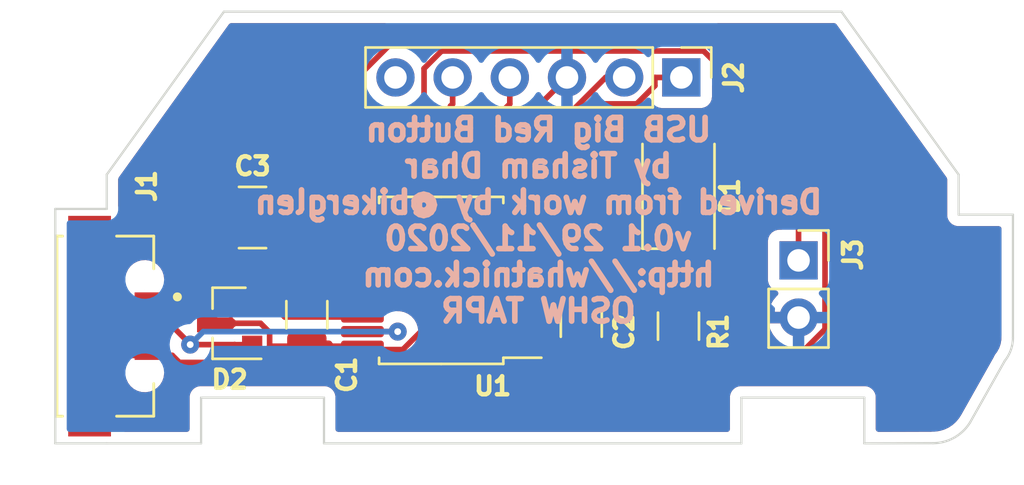
<source format=kicad_pcb>
(kicad_pcb (version 20201002) (generator pcbnew)
  (layers (0 "F.Cu" signal) (31 "B.Cu" signal) (34 "B.Paste" user) (35 "F.Paste" user) (36 "B.SilkS" user "B.Silkscreen") (37 "F.SilkS" user "F.Silkscreen") (38 "B.Mask" user) (39 "F.Mask" user) (44 "Edge.Cuts" user))
  (net 0 "")
  (net 1 "GND")
  (net 2 "Net-(C1-Pad1)")
  (net 3 "+5V")
  (net 4 "Net-(J2-Pad6)")
  (net 5 "/PGC")
  (net 6 "/PGD")
  (net 7 "/{slash}MCLR")
  (net 8 "Net-(D1-Pad1)")
  (net 9 "/D+")
  (net 10 "/D-")
  (net 11 "Net-(U1-Pad14)")
  (net 12 "Net-(U1-Pad13)")
  (net 13 "Net-(U1-Pad12)")
  (net 14 "Net-(J3-Pad1)")
  (net 15 "Net-(U1-Pad10)")
  (net 16 "Net-(U1-Pad9)")
  (net 17 "Net-(D1-Pad2)")
  (net 18 "Net-(U1-Pad7)")
  (net 19 "Net-(U1-Pad6)")
  (net 20 "Net-(U1-Pad5)")
  (net 21 "Net-(U1-Pad3)")
  (net 22 "Net-(U1-Pad2)")
  (net 23 "Net-(J1-Pad4)")
  (module "contact_block:WE_629105136821" (layer "F.Cu") (at 97.663 86.741 -90)
    (fp_text reference "J1" (at -6.223 -2.54 90) (layer "F.SilkS") (effects (font (size 0.8 0.8) (thickness 0.2))))
    (fp_text value "629105136821")
    (fp_line (start 4 1.2) (end 4 1.45) (layer "F.SilkS") (width 0.127))
    (fp_line (start -4 1.2) (end -4 1.45) (layer "F.SilkS") (width 0.127))
    (fp_line (start -4 -2.85) (end -2.55 -2.85) (layer "F.SilkS") (width 0.127))
    (fp_line (start -4 1.45) (end 4 1.45) (layer "F.SilkS") (width 0.127))
    (fp_line (start 4 -2.85) (end 4 -1.2) (layer "F.SilkS") (width 0.127))
    (fp_line (start -4 -2.85) (end -4 -1.2) (layer "F.SilkS") (width 0.127))
    (fp_line (start 4 -2.85) (end 2.55 -2.85) (layer "F.SilkS") (width 0.127))
    (fp_circle (center -1.3 -3.9) (end -1.2 -3.9) (layer "F.SilkS") (width 0.2))
    (pad "1" smd rect (at -1.3 -2.675 270) (size 0.4 1.35) (layers "F.Cu" "F.Paste" "F.Mask") (net 3 "+5V"))
    (pad "2" smd rect (at -0.65 -2.675 270) (size 0.4 1.35) (layers "F.Cu" "F.Paste" "F.Mask") (net 10 "/D-"))
    (pad "3" smd rect (at 0 -2.675 270) (size 0.4 1.35) (layers "F.Cu" "F.Paste" "F.Mask") (net 9 "/D+"))
    (pad "4" smd rect (at 0.65 -2.675 270) (size 0.4 1.35) (layers "F.Cu" "F.Paste" "F.Mask") (net 23 "Net-(J1-Pad4)"))
    (pad "5" smd rect (at 1.3 -2.675 270) (size 0.4 1.35) (layers "F.Cu" "F.Paste" "F.Mask") (net 1 "GND"))
    (pad "None" np_thru_hole circle (at -2.075 -2.45 270) (size 0.7 0.7) (drill 0.7) (layers *.Cu *.Mask))
    (pad "None" np_thru_hole circle (at 2.075 -2.45 270) (size 0.7 0.7) (drill 0.7) (layers *.Cu *.Mask))
    (pad "S1" smd rect (at -4 0 270) (size 1.8 1.9) (layers "F.Cu" "F.Paste" "F.Mask") (net 1 "GND"))
    (pad "S2" smd rect (at -1.2 0 270) (size 1.9 1.9) (layers "F.Cu" "F.Paste" "F.Mask") (net 1 "GND"))
    (pad "S3" smd rect (at 1.2 0 270) (size 1.9 1.9) (layers "F.Cu" "F.Paste" "F.Mask") (net 1 "GND"))
    (pad "S4" smd rect (at 4 0 270) (size 1.8 1.9) (layers "F.Cu" "F.Paste" "F.Mask") (net 1 "GND"))
  )
  (module "Connector_PinSocket_2.54mm:PinSocket_1x02_P2.54mm_Vertical" (layer "F.Cu") (at 129.159 83.82)
    (fp_text reference "J3" (at 2.413 -0.254 90) (layer "F.SilkS") (effects (font (size 0.8 0.8) (thickness 0.2))))
    (fp_text value "MPT2")
    (fp_line (start -1.33 1.27) (end -1.33 3.87) (layer "F.SilkS") (width 0.12))
    (fp_line (start 1.33 -1.33) (end 1.33 0) (layer "F.SilkS") (width 0.12))
    (fp_line (start -1.33 3.87) (end 1.33 3.87) (layer "F.SilkS") (width 0.12))
    (fp_line (start 1.33 1.27) (end 1.33 3.87) (layer "F.SilkS") (width 0.12))
    (fp_line (start -1.33 1.27) (end 1.33 1.27) (layer "F.SilkS") (width 0.12))
    (fp_line (start 0 -1.33) (end 1.33 -1.33) (layer "F.SilkS") (width 0.12))
    (pad "1" thru_hole rect (at 0 0) (size 1.7 1.7) (drill 1) (layers *.Cu *.Mask) (net 14 "Net-(J3-Pad1)"))
    (pad "2" thru_hole oval (at 0 2.54) (size 1.7 1.7) (drill 1) (layers *.Cu *.Mask) (net 1 "GND"))
  )
  (module "Resistor_SMD:R_1206_3216Metric" (layer "F.Cu") (at 123.825 86.741 -90)
    (property "Value" "CR1206-JW-102ELF")
    (fp_text reference "R1" (at 0.254 -1.778 90) (layer "F.SilkS") (effects (font (size 0.8 0.8) (thickness 0.2))))
    (fp_text value "1k")
    (fp_line (start -0.602064 -0.91) (end 0.602064 -0.91) (layer "F.SilkS") (width 0.12))
    (fp_line (start -0.602064 0.91) (end 0.602064 0.91) (layer "F.SilkS") (width 0.12))
    (pad "1" smd roundrect (at -1.4 0 270) (size 1.25 1.75) (layers "F.Cu" "F.Paste" "F.Mask") (roundrect_rratio 0.2) (net 8 "Net-(D1-Pad1)"))
    (pad "2" smd roundrect (at 1.4 0 270) (size 1.25 1.75) (layers "F.Cu" "F.Paste" "F.Mask") (roundrect_rratio 0.2) (net 3 "+5V"))
  )
  (module "Package_TO_SOT_SMD:SOT-23" (layer "F.Cu") (at 103.886 86.614 180)
    (fp_text reference "D2" (at 0 -2.5) (layer "F.SilkS") (effects (font (size 0.8 0.8) (thickness 0.2))))
    (fp_text value "TPD2E2U06QDBZRQ1")
    (fp_line (start 0.76 -1.58) (end -1.4 -1.58) (layer "F.SilkS") (width 0.12))
    (fp_line (start 0.76 1.58) (end 0.76 0.65) (layer "F.SilkS") (width 0.12))
    (fp_line (start 0.76 -1.58) (end 0.76 -0.65) (layer "F.SilkS") (width 0.12))
    (fp_line (start 0.76 1.58) (end -0.7 1.58) (layer "F.SilkS") (width 0.12))
    (pad "1" smd rect (at -1 -0.95 180) (size 0.9 0.8) (layers "F.Cu" "F.Paste" "F.Mask") (net 9 "/D+"))
    (pad "2" smd rect (at -1 0.95 180) (size 0.9 0.8) (layers "F.Cu" "F.Paste" "F.Mask") (net 10 "/D-"))
    (pad "3" smd rect (at 1 0 180) (size 0.9 0.8) (layers "F.Cu" "F.Paste" "F.Mask") (net 1 "GND"))
  )
  (module "Package_SO:SSOP-20_5.3x7.2mm_P0.65mm" (layer "F.Cu") (at 113.284 84.709 180)
    (fp_text reference "U1" (at -2.286 -4.699) (layer "F.SilkS") (effects (font (size 0.8 0.8) (thickness 0.2))))
    (fp_text value "PIC16F1459-I_SS")
    (fp_line (start -2.76 -3.435) (end -4.45 -3.435) (layer "F.SilkS") (width 0.12))
    (fp_line (start 0 -3.71) (end 2.76 -3.71) (layer "F.SilkS") (width 0.12))
    (fp_line (start 2.76 -3.71) (end 2.76 -3.435) (layer "F.SilkS") (width 0.12))
    (fp_line (start 0 3.71) (end -2.76 3.71) (layer "F.SilkS") (width 0.12))
    (fp_line (start 0 -3.71) (end -2.76 -3.71) (layer "F.SilkS") (width 0.12))
    (fp_line (start 2.76 3.71) (end 2.76 3.435) (layer "F.SilkS") (width 0.12))
    (fp_line (start -2.76 -3.71) (end -2.76 -3.435) (layer "F.SilkS") (width 0.12))
    (fp_line (start 0 3.71) (end 2.76 3.71) (layer "F.SilkS") (width 0.12))
    (fp_line (start -2.76 3.71) (end -2.76 3.435) (layer "F.SilkS") (width 0.12))
    (pad "1" smd roundrect (at -3.5 -2.925 180) (size 1.9 0.5) (layers "F.Cu" "F.Paste" "F.Mask") (net 3 "+5V"))
    (pad "2" smd roundrect (at -3.5 -2.275 180) (size 1.9 0.5) (layers "F.Cu" "F.Paste" "F.Mask") (net 22 "Net-(U1-Pad2)"))
    (pad "3" smd roundrect (at -3.5 -1.625 180) (size 1.9 0.5) (layers "F.Cu" "F.Paste" "F.Mask") (net 21 "Net-(U1-Pad3)"))
    (pad "4" smd roundrect (at -3.5 -0.975 180) (size 1.9 0.5) (layers "F.Cu" "F.Paste" "F.Mask") (net 7 "/{slash}MCLR"))
    (pad "5" smd roundrect (at -3.5 -0.325 180) (size 1.9 0.5) (layers "F.Cu" "F.Paste" "F.Mask") (net 20 "Net-(U1-Pad5)"))
    (pad "6" smd roundrect (at -3.5 0.325 180) (size 1.9 0.5) (layers "F.Cu" "F.Paste" "F.Mask") (net 19 "Net-(U1-Pad6)"))
    (pad "7" smd roundrect (at -3.5 0.975 180) (size 1.9 0.5) (layers "F.Cu" "F.Paste" "F.Mask") (net 18 "Net-(U1-Pad7)"))
    (pad "8" smd roundrect (at -3.5 1.625 180) (size 1.9 0.5) (layers "F.Cu" "F.Paste" "F.Mask") (net 17 "Net-(D1-Pad2)"))
    (pad "9" smd roundrect (at -3.5 2.275 180) (size 1.9 0.5) (layers "F.Cu" "F.Paste" "F.Mask") (net 16 "Net-(U1-Pad9)"))
    (pad "10" smd roundrect (at -3.5 2.925 180) (size 1.9 0.5) (layers "F.Cu" "F.Paste" "F.Mask") (net 15 "Net-(U1-Pad10)"))
    (pad "11" smd roundrect (at 3.5 2.925 180) (size 1.9 0.5) (layers "F.Cu" "F.Paste" "F.Mask") (net 14 "Net-(J3-Pad1)"))
    (pad "12" smd roundrect (at 3.5 2.275 180) (size 1.9 0.5) (layers "F.Cu" "F.Paste" "F.Mask") (net 13 "Net-(U1-Pad12)"))
    (pad "13" smd roundrect (at 3.5 1.625 180) (size 1.9 0.5) (layers "F.Cu" "F.Paste" "F.Mask") (net 12 "Net-(U1-Pad13)"))
    (pad "14" smd roundrect (at 3.5 0.975 180) (size 1.9 0.5) (layers "F.Cu" "F.Paste" "F.Mask") (net 11 "Net-(U1-Pad14)"))
    (pad "15" smd roundrect (at 3.5 0.325 180) (size 1.9 0.5) (layers "F.Cu" "F.Paste" "F.Mask") (net 5 "/PGC"))
    (pad "16" smd roundrect (at 3.5 -0.325 180) (size 1.9 0.5) (layers "F.Cu" "F.Paste" "F.Mask") (net 6 "/PGD"))
    (pad "17" smd roundrect (at 3.5 -0.975 180) (size 1.9 0.5) (layers "F.Cu" "F.Paste" "F.Mask") (net 2 "Net-(C1-Pad1)"))
    (pad "18" smd roundrect (at 3.5 -1.625 180) (size 1.9 0.5) (layers "F.Cu" "F.Paste" "F.Mask") (net 10 "/D-"))
    (pad "19" smd roundrect (at 3.5 -2.275 180) (size 1.9 0.5) (layers "F.Cu" "F.Paste" "F.Mask") (net 9 "/D+"))
    (pad "20" smd roundrect (at 3.5 -2.925 180) (size 1.9 0.5) (layers "F.Cu" "F.Paste" "F.Mask") (net 1 "GND"))
  )
  (module "Capacitor_SMD:C_1206_3216Metric" (layer "F.Cu") (at 119.507 86.611 90)
    (property "Value" "C1206S104M5RACTU")
    (fp_text reference "C2" (at -0.384 1.905 90) (layer "F.SilkS") (effects (font (size 0.8 0.8) (thickness 0.2))))
    (fp_text value "0.1uF 50V")
    (fp_line (start -0.602064 -0.91) (end 0.602064 -0.91) (layer "F.SilkS") (width 0.12))
    (fp_line (start -0.602064 0.91) (end 0.602064 0.91) (layer "F.SilkS") (width 0.12))
    (pad "1" smd roundrect (at -1.4 0 90) (size 1.25 1.75) (layers "F.Cu" "F.Paste" "F.Mask") (roundrect_rratio 0.2) (net 3 "+5V"))
    (pad "2" smd roundrect (at 1.4 0 90) (size 1.25 1.75) (layers "F.Cu" "F.Paste" "F.Mask") (roundrect_rratio 0.2) (net 1 "GND"))
  )
  (module "LED_SMD:LED_PLCC-2" (layer "F.Cu") (at 123.825 80.899 90)
    (fp_text reference "D1" (at -0.075 2.286 90) (layer "F.SilkS") (effects (font (size 0.8 0.8) (thickness 0.2))))
    (fp_text value "LEDKA-3528ASYC")
    (fp_line (start 2.25 -1.6) (end -2.4 -1.6) (layer "F.SilkS") (width 0.12))
    (fp_line (start -2.4 -1.6) (end -2.4 -0.8) (layer "F.SilkS") (width 0.12))
    (fp_line (start 2.25 1.6) (end -2.4 1.6) (layer "F.SilkS") (width 0.12))
    (pad "1" smd rect (at -1.5 0 90) (size 1.5 2.6) (layers "F.Cu" "F.Paste" "F.Mask") (net 8 "Net-(D1-Pad1)"))
    (pad "2" smd rect (at 1.5 0 90) (size 1.5 2.6) (layers "F.Cu" "F.Paste" "F.Mask") (net 17 "Net-(D1-Pad2)"))
  )
  (module "Capacitor_SMD:C_1206_3216Metric" (layer "F.Cu") (at 107.315 86.233 -90)
    (property "Value" "C1206C474K5RACTU")
    (fp_text reference "C1" (at 2.667 -1.778 90) (layer "F.SilkS") (effects (font (size 0.8 0.8) (thickness 0.2))))
    (fp_text value "0.47uF 50V")
    (fp_line (start -0.602064 0.91) (end 0.602064 0.91) (layer "F.SilkS") (width 0.12))
    (fp_line (start -0.602064 -0.91) (end 0.602064 -0.91) (layer "F.SilkS") (width 0.12))
    (pad "1" smd roundrect (at -1.4 0 270) (size 1.25 1.75) (layers "F.Cu" "F.Paste" "F.Mask") (roundrect_rratio 0.2) (net 2 "Net-(C1-Pad1)"))
    (pad "2" smd roundrect (at 1.4 0 270) (size 1.25 1.75) (layers "F.Cu" "F.Paste" "F.Mask") (roundrect_rratio 0.2) (net 1 "GND"))
  )
  (module "Connector_PinHeader_2.54mm:PinHeader_1x06_P2.54mm_Vertical" (layer "F.Cu") (at 123.952 75.692 -90)
    (fp_text reference "J2" (at 0 -2.33 90) (layer "F.SilkS") (effects (font (size 0.8 0.8) (thickness 0.2))))
    (fp_text value "M06SIP")
    (fp_line (start -1.33 1.27) (end 1.33 1.27) (layer "F.SilkS") (width 0.12))
    (fp_line (start -1.33 0) (end -1.33 -1.33) (layer "F.SilkS") (width 0.12))
    (fp_line (start 1.33 1.27) (end 1.33 14.03) (layer "F.SilkS") (width 0.12))
    (fp_line (start -1.33 -1.33) (end 0 -1.33) (layer "F.SilkS") (width 0.12))
    (fp_line (start -1.33 14.03) (end 1.33 14.03) (layer "F.SilkS") (width 0.12))
    (fp_line (start -1.33 1.27) (end -1.33 14.03) (layer "F.SilkS") (width 0.12))
    (pad "1" thru_hole rect (at 0 0 270) (size 1.7 1.7) (drill 1) (layers *.Cu *.Mask) (net 7 "/{slash}MCLR"))
    (pad "2" thru_hole oval (at 0 2.54 270) (size 1.7 1.7) (drill 1) (layers *.Cu *.Mask) (net 3 "+5V"))
    (pad "3" thru_hole oval (at 0 5.08 270) (size 1.7 1.7) (drill 1) (layers *.Cu *.Mask) (net 1 "GND"))
    (pad "4" thru_hole oval (at 0 7.62 270) (size 1.7 1.7) (drill 1) (layers *.Cu *.Mask) (net 6 "/PGD"))
    (pad "5" thru_hole oval (at 0 10.16 270) (size 1.7 1.7) (drill 1) (layers *.Cu *.Mask) (net 5 "/PGC"))
    (pad "6" thru_hole oval (at 0 12.7 270) (size 1.7 1.7) (drill 1) (layers *.Cu *.Mask) (net 4 "Net-(J2-Pad6)"))
  )
  (module "Capacitor_SMD:C_1210_3225Metric" (layer "F.Cu") (at 104.902 81.915)
    (property "Value" "C1210C105K4PACTU")
    (fp_text reference "C3" (at 0 -2.28) (layer "F.SilkS") (effects (font (size 0.8 0.8) (thickness 0.2))))
    (fp_text value "1uF 16V X5R")
    (fp_line (start -0.602064 -1.36) (end 0.602064 -1.36) (layer "F.SilkS") (width 0.12))
    (fp_line (start -0.602064 1.36) (end 0.602064 1.36) (layer "F.SilkS") (width 0.12))
    (pad "1" smd roundrect (at -1.4 0) (size 1.25 2.65) (layers "F.Cu" "F.Paste" "F.Mask") (roundrect_rratio 0.2) (net 3 "+5V"))
    (pad "2" smd roundrect (at 1.4 0) (size 1.25 2.65) (layers "F.Cu" "F.Paste" "F.Mask") (roundrect_rratio 0.2) (net 1 "GND"))
  )
  (gr_line (start 132.08 91.948) (end 132.08 89.916) (layer "Edge.Cuts") (width 0.1))
  (gr_line (start 96.139 91.948) (end 98.425 91.948) (layer "Edge.Cuts") (width 0.1))
  (gr_arc (start 137.033 87.249) (end 138.684 87.249) (angle 38.65980825) (layer "Edge.Cuts") (width 0.1))
  (gr_line (start 126.619 89.916) (end 126.619 91.948) (layer "Edge.Cuts") (width 0.1))
  (gr_line (start 98.425 81.534) (end 96.139 81.534) (layer "Edge.Cuts") (width 0.1))
  (gr_line (start 136.271 81.788) (end 138.684 81.788) (layer "Edge.Cuts") (width 0.1))
  (gr_line (start 102.616 89.916) (end 102.616 91.948) (layer "Edge.Cuts") (width 0.1))
  (gr_line (start 108.077 91.948) (end 108.077 89.916) (layer "Edge.Cuts") (width 0.1))
  (gr_line (start 98.425 81.534) (end 98.425 80.01) (layer "Edge.Cuts") (width 0.1))
  (gr_line (start 131.064 72.771) (end 136.271 80.01) (layer "Edge.Cuts") (width 0.1))
  (gr_line (start 108.077 89.916) (end 102.616 89.916) (layer "Edge.Cuts") (width 0.1))
  (gr_line (start 102.616 91.948) (end 98.425 91.948) (layer "Edge.Cuts") (width 0.1))
  (gr_line (start 138.684 81.788) (end 138.684 87.249) (layer "Edge.Cuts") (width 0.1))
  (gr_line (start 132.08 89.916) (end 126.619 89.916) (layer "Edge.Cuts") (width 0.1))
  (gr_arc (start 135.128 90.001718) (end 136.778999 91.017717) (angle 58.39249775) (layer "Edge.Cuts") (width 0.1))
  (gr_line (start 136.271 80.01) (end 136.271 81.788) (layer "Edge.Cuts") (width 0.1))
  (gr_line (start 126.619 91.948) (end 108.077 91.948) (layer "Edge.Cuts") (width 0.1))
  (gr_line (start 98.425 80.01) (end 103.632 72.771) (layer "Edge.Cuts") (width 0.1))
  (gr_line (start 135.128 91.940288) (end 132.08 91.948) (layer "Edge.Cuts") (width 0.1))
  (gr_line (start 103.632 72.771) (end 131.064 72.771) (layer "Edge.Cuts") (width 0.1))
  (gr_line (start 96.139 81.534) (end 96.139 91.948) (layer "Edge.Cuts") (width 0.1))
  (gr_line (start 138.322214 88.280371) (end 136.778999 91.017717) (layer "Edge.Cuts") (width 0.1))
  (gr_text "USB Big Red Button\nby Tisham Dhar\nDerived from work by @bikerglen\nv0.1 29/11/2020\nhttp://whatnick.com\nOSHW TAPR" (at 117.602 82.042) (layer "B.SilkS") (effects (font (size 1 1) (thickness 0.25)) (justify mirror)))
  (segment (start 101.4179 80.2614) (end 98.9383 82.741) (width 0.25) (layer "F.Cu") (net 1))
  (segment (start 109.9316 87.7816) (end 111.5798 87.7816) (width 0.25) (layer "F.Cu") (net 1))
  (segment (start 114.5969 79.9671) (end 118.872 75.692) (width 0.25) (layer "F.Cu") (net 1))
  (segment (start 97.663 87.941) (end 98.4504 88.7283) (width 0.25) (layer "F.Cu") (net 1))
  (segment (start 98.4504 88.7284) (end 98.5503 88.7284) (width 0.25) (layer "F.Cu") (net 1))
  (segment (start 97.663 85.541) (end 97.663 87.941) (width 0.25) (layer "F.Cu") (net 1))
  (segment (start 101.3383 88.041) (end 101.6504 88.3531) (width 0.25) (layer "F.Cu") (net 1))
  (segment (start 105.2569 86.614) (end 103.6613 86.614) (width 0.25) (layer "F.Cu") (net 1))
  (segment (start 98.4504 88.7283) (end 97.663 89.5157) (width 0.25) (layer "F.Cu") (net 1))
  (segment (start 97.663 90.741) (end 97.663 89.5157) (width 0.25) (layer "F.Cu") (net 1))
  (segment (start 100.338 88.041) (end 99.3377 88.041) (width 0.25) (layer "F.Cu") (net 1))
  (segment (start 98.4504 88.7283) (end 98.4504 88.7284) (width 0.25) (layer "F.Cu") (net 1))
  (segment (start 109.784 87.634) (end 109.9316 87.7816) (width 0.25) (layer "F.Cu") (net 1))
  (segment (start 98.5503 88.7284) (end 99.2377 88.041) (width 0.25) (layer "F.Cu") (net 1))
  (segment (start 97.663 82.741) (end 98.9383 82.741) (width 0.25) (layer "F.Cu") (net 1))
  (segment (start 104.6484 80.2614) (end 101.4179 80.2614) (width 0.25) (layer "F.Cu") (net 1))
  (segment (start 105.4672 88.3531) (end 105.6614 88.1589) (width 0.25) (layer "F.Cu") (net 1))
  (segment (start 106.302 81.915) (end 104.6484 80.2614) (width 0.25) (layer "F.Cu") (net 1))
  (segment (start 105.6614 87.0185) (end 105.2569 86.614) (width 0.25) (layer "F.Cu") (net 1))
  (segment (start 111.5798 87.7816) (end 114.5969 84.7645) (width 0.25) (layer "F.Cu") (net 1))
  (segment (start 101.6504 88.3531) (end 105.4672 88.3531) (width 0.25) (layer "F.Cu") (net 1))
  (segment (start 100.338 88.041) (end 101.3383 88.041) (width 0.25) (layer "F.Cu") (net 1))
  (segment (start 107.315 87.633) (end 109.783 87.633) (width 0.25) (layer "F.Cu") (net 1))
  (segment (start 105.6614 87.633) (end 105.6614 87.0185) (width 0.25) (layer "F.Cu") (net 1))
  (segment (start 97.663 85.541) (end 97.663 82.741) (width 0.25) (layer "F.Cu") (net 1))
  (segment (start 119.507 85.211) (end 120.656 86.36) (width 0.25) (layer "F.Cu") (net 1))
  (segment (start 105.6614 88.1589) (end 105.6614 87.633) (width 0.25) (layer "F.Cu") (net 1))
  (segment (start 105.6614 87.633) (end 107.315 87.633) (width 0.25) (layer "F.Cu") (net 1))
  (segment (start 114.5969 84.7645) (end 114.5969 79.9671) (width 0.25) (layer "F.Cu") (net 1))
  (segment (start 120.656 86.36) (end 129.159 86.36) (width 0.25) (layer "F.Cu") (net 1))
  (segment (start 102.886 86.614) (end 103.6613 86.614) (width 0.25) (layer "F.Cu") (net 1))
  (segment (start 109.783 87.633) (end 109.784 87.634) (width 0.25) (layer "F.Cu") (net 1))
  (segment (start 99.2377 88.041) (end 99.3377 88.041) (width 0.25) (layer "F.Cu") (net 1))
  (segment (start 118.872 75.692) (end 118.872 76.8673) (width 0.25) (layer "B.Cu") (net 1))
  (segment (start 127.9837 85.979) (end 127.9837 86.36) (width 0.25) (layer "B.Cu") (net 1))
  (segment (start 118.872 76.8673) (end 127.9837 85.979) (width 0.25) (layer "B.Cu") (net 1))
  (segment (start 129.159 86.36) (end 127.9837 86.36) (width 0.25) (layer "B.Cu") (net 1))
  (segment (start 108.166 85.684) (end 109.784 85.684) (width 0.25) (layer "F.Cu") (net 2))
  (segment (start 107.315 84.833) (end 108.166 85.684) (width 0.25) (layer "F.Cu") (net 2))
  (segment (start 101.3383 85.441) (end 103.502 83.2773) (width 0.25) (layer "F.Cu") (net 3))
  (segment (start 100.338 85.441) (end 101.3383 85.441) (width 0.25) (layer "F.Cu") (net 3))
  (segment (start 107.2534 77.9878) (end 107.2534 83.237) (width 0.25) (layer "F.Cu") (net 3))
  (segment (start 123.825 88.141) (end 129.073 88.141) (width 0.25) (layer "F.Cu") (net 3))
  (segment (start 115.0472 81.2331) (end 115.0472 86.8469) (width 0.25) (layer "F.Cu") (net 3))
  (segment (start 130.3349 86.8791) (end 130.3349 79.2071) (width 0.25) (layer "F.Cu") (net 3))
  (segment (start 123.825 88.141) (end 123.695 88.011) (width 0.25) (layer "F.Cu") (net 3))
  (segment (start 130.3349 79.2071) (end 125.1654 74.0376) (width 0.25) (layer "F.Cu") (net 3))
  (segment (start 123.695 88.011) (end 119.507 88.011) (width 0.25) (layer "F.Cu") (net 3))
  (segment (start 103.8404 83.6157) (end 103.502 83.2773) (width 0.25) (layer "F.Cu") (net 3))
  (segment (start 125.1654 74.0376) (end 111.2036 74.0376) (width 0.25) (layer "F.Cu") (net 3))
  (segment (start 103.502 83.2773) (end 103.502 81.915) (width 0.25) (layer "F.Cu") (net 3))
  (segment (start 111.2036 74.0376) (end 107.2534 77.9878) (width 0.25) (layer "F.Cu") (net 3))
  (segment (start 117.161 88.011) (end 116.784 87.634) (width 0.25) (layer "F.Cu") (net 3))
  (segment (start 115.0472 86.8469) (end 115.8343 87.634) (width 0.25) (layer "F.Cu") (net 3))
  (segment (start 121.412 75.692) (end 120.5883 75.692) (width 0.25) (layer "F.Cu") (net 3))
  (segment (start 106.8747 83.6157) (end 103.8404 83.6157) (width 0.25) (layer "F.Cu") (net 3))
  (segment (start 115.8343 87.634) (end 116.784 87.634) (width 0.25) (layer "F.Cu") (net 3))
  (segment (start 119.507 88.011) (end 117.161 88.011) (width 0.25) (layer "F.Cu") (net 3))
  (segment (start 129.073 88.141) (end 130.3349 86.8791) (width 0.25) (layer "F.Cu") (net 3))
  (segment (start 107.2534 83.237) (end 106.8747 83.6157) (width 0.25) (layer "F.Cu") (net 3))
  (segment (start 120.5883 75.692) (end 115.0472 81.2331) (width 0.25) (layer "F.Cu") (net 3))
  (segment (start 113.6962 76.9631) (end 113.6962 81.4217) (width 0.25) (layer "F.Cu") (net 5))
  (segment (start 110.7339 84.384) (end 109.784 84.384) (width 0.25) (layer "F.Cu") (net 5))
  (segment (start 113.792 75.692) (end 113.792 76.8673) (width 0.25) (layer "F.Cu") (net 5))
  (segment (start 113.6962 81.4217) (end 110.7339 84.384) (width 0.25) (layer "F.Cu") (net 5))
  (segment (start 113.792 76.8673) (end 113.6962 76.9631) (width 0.25) (layer "F.Cu") (net 5))
  (segment (start 110.7216 85.034) (end 109.784 85.034) (width 0.25) (layer "F.Cu") (net 6))
  (segment (start 116.332 76.8673) (end 114.1465 79.0528) (width 0.25) (layer "F.Cu") (net 6))
  (segment (start 114.1465 81.6091) (end 110.7216 85.034) (width 0.25) (layer "F.Cu") (net 6))
  (segment (start 116.332 75.692) (end 116.332 76.8673) (width 0.25) (layer "F.Cu") (net 6))
  (segment (start 114.1465 79.0528) (end 114.1465 81.6091) (width 0.25) (layer "F.Cu") (net 6))
  (segment (start 123.952 75.692) (end 122.7767 75.692) (width 0.25) (layer "F.Cu") (net 7))
  (segment (start 115.827 85.684) (end 115.4975 85.3545) (width 0.25) (layer "F.Cu") (net 7))
  (segment (start 120.0828 76.8673) (end 121.9688 76.8673) (width 0.25) (layer "F.Cu") (net 7))
  (segment (start 115.4975 85.3545) (end 115.4975 81.4526) (width 0.25) (layer "F.Cu") (net 7))
  (segment (start 122.7767 76.0594) (end 122.7767 75.692) (width 0.25) (layer "F.Cu") (net 7))
  (segment (start 116.784 85.684) (end 115.827 85.684) (width 0.25) (layer "F.Cu") (net 7))
  (segment (start 115.4975 81.4526) (end 120.0828 76.8673) (width 0.25) (layer "F.Cu") (net 7))
  (segment (start 121.9688 76.8673) (end 122.7767 76.0594) (width 0.25) (layer "F.Cu") (net 7))
  (segment (start 123.825 82.399) (end 123.825 85.341) (width 0.25) (layer "F.Cu") (net 8))
  (segment (start 102.133 87.5612) (end 102.133 87.5357) (width 0.25) (layer "F.Cu") (net 9))
  (segment (start 109.784 86.984) (end 111.3506 86.984) (width 0.25) (layer "F.Cu") (net 9))
  (segment (start 102.133 87.5357) (end 101.3383 86.741) (width 0.25) (layer "F.Cu") (net 9))
  (segment (start 102.133 87.5612) (end 104.1079 87.5612) (width 0.25) (layer "F.Cu") (net 9))
  (segment (start 104.1079 87.5612) (end 104.1107 87.564) (width 0.25) (layer "F.Cu") (net 9))
  (segment (start 104.886 87.564) (end 104.1107 87.564) (width 0.25) (layer "F.Cu") (net 9))
  (segment (start 100.338 86.741) (end 101.3383 86.741) (width 0.25) (layer "F.Cu") (net 9))
  (via (at 102.133 87.5612) (size 0.8) (layers "F.Cu" "B.Cu") (net 9))
  (via (at 111.3506 86.984) (size 0.8) (layers "F.Cu" "B.Cu") (net 9))
  (segment (start 102.7102 86.984) (end 111.3506 86.984) (width 0.25) (layer "B.Cu") (net 9))
  (segment (start 102.133 87.5612) (end 102.7102 86.984) (width 0.25) (layer "B.Cu") (net 9))
  (segment (start 102.0735 85.664) (end 101.6465 86.091) (width 0.25) (layer "F.Cu") (net 10))
  (segment (start 106.3313 86.334) (end 109.784 86.334) (width 0.25) (layer "F.Cu") (net 10))
  (segment (start 101.6465 86.091) (end 100.338 86.091) (width 0.25) (layer "F.Cu") (net 10))
  (segment (start 104.886 85.664) (end 102.0735 85.664) (width 0.25) (layer "F.Cu") (net 10))
  (segment (start 105.6613 85.664) (end 106.3313 86.334) (width 0.25) (layer "F.Cu") (net 10))
  (segment (start 104.886 85.664) (end 105.6613 85.664) (width 0.25) (layer "F.Cu") (net 10))
  (segment (start 129.159 78.7339) (end 129.159 83.82) (width 0.25) (layer "F.Cu") (net 14))
  (segment (start 112.522 75.2951) (end 113.3005 74.5166) (width 0.25) (layer "F.Cu") (net 14))
  (segment (start 109.784 81.784) (end 112.522 79.046) (width 0.25) (layer "F.Cu") (net 14))
  (segment (start 124.9417 74.5166) (end 129.159 78.7339) (width 0.25) (layer "F.Cu") (net 14))
  (segment (start 113.3005 74.5166) (end 124.9417 74.5166) (width 0.25) (layer "F.Cu") (net 14))
  (segment (start 112.522 79.046) (end 112.522 75.2951) (width 0.25) (layer "F.Cu") (net 14))
  (segment (start 122.7497 80.4743) (end 120.14 83.084) (width 0.25) (layer "F.Cu") (net 17))
  (segment (start 123.825 80.4743) (end 122.7497 80.4743) (width 0.25) (layer "F.Cu") (net 17))
  (segment (start 120.14 83.084) (end 116.784 83.084) (width 0.25) (layer "F.Cu") (net 17))
  (segment (start 123.825 79.399) (end 123.825 80.4743) (width 0.25) (layer "F.Cu") (net 17))
  (zone (net 1) (net_name "GND") (layer "F.Cu") (connect_pads (clearance 0.508)) (min_thickness 0.254) (fill yes (thermal_gap 0.508) (thermal_bridge_width 0.508))
    (polygon (pts (xy 139.192 92.329) (xy 96.012 92.202) (xy 96.012 72.263) (xy 139.192 72.39)))
  )
  (zone (net 1) (net_name "GND") (layer "B.Cu") (connect_pads (clearance 0.508)) (min_thickness 0.254) (fill yes (thermal_gap 0.508) (thermal_bridge_width 0.508))
    (polygon (pts (xy 139.192 92.317796) (xy 96.012 92.190796) (xy 96.012 72.251796) (xy 139.192 72.378796)))
  )
)
</source>
